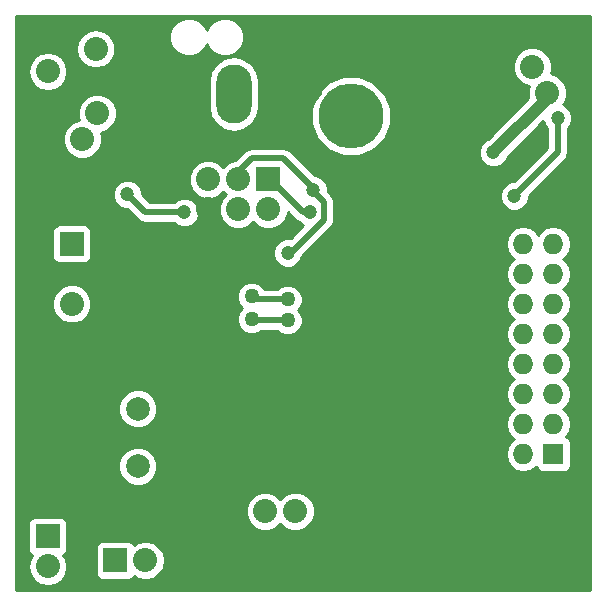
<source format=gbr>
%FSLAX46Y46*%
G04 Gerber Fmt 4.6, Leading zero omitted, Abs format (unit mm)*
G04 Created by KiCad (PCBNEW (2014-jul-16 BZR unknown)-product) date Sun 27 Jul 2014 23:01:09 BST*
%MOMM*%
G01*
G04 APERTURE LIST*
%ADD10C,0.100000*%
%ADD11R,2.032000X2.032000*%
%ADD12C,2.032000*%
%ADD13C,2.000000*%
%ADD14C,5.500000*%
%ADD15C,5.000000*%
%ADD16R,3.000000X5.000000*%
%ADD17O,3.000000X5.000000*%
%ADD18O,2.032000X2.032000*%
%ADD19R,1.727200X1.727200*%
%ADD20O,1.727200X1.727200*%
%ADD21C,1.500000*%
%ADD22C,1.260000*%
%ADD23C,1.200000*%
%ADD24C,0.500000*%
%ADD25C,1.000000*%
%ADD26C,0.254000*%
G04 APERTURE END LIST*
D10*
D11*
X122047000Y-114554000D03*
D12*
X122047000Y-117094000D03*
X119507000Y-114554000D03*
X119507000Y-117094000D03*
X116967000Y-114554000D03*
X116967000Y-117094000D03*
X105410000Y-125095000D03*
X105410000Y-122555000D03*
D11*
X105410000Y-120015000D03*
D13*
X110998000Y-133957060D03*
X110998000Y-138838940D03*
D11*
X119244000Y-142644000D03*
D12*
X121784000Y-142644000D03*
X124324000Y-142644000D03*
D10*
G36*
X141732118Y-102428413D02*
X143491882Y-101412413D01*
X144507882Y-103172177D01*
X142748118Y-104188177D01*
X141732118Y-102428413D01*
X141732118Y-102428413D01*
G37*
D12*
X144390000Y-105000000D03*
X145660000Y-107199705D03*
D10*
G36*
X105391882Y-114735587D02*
X103632118Y-113719587D01*
X104648118Y-111959823D01*
X106407882Y-112975823D01*
X105391882Y-114735587D01*
X105391882Y-114735587D01*
G37*
D12*
X106290000Y-111148000D03*
X107560000Y-108948295D03*
D14*
X129032000Y-109197140D03*
D15*
X129032000Y-103197660D03*
X124333000Y-106197400D03*
D16*
X114681000Y-107315000D03*
D17*
X119126000Y-107315000D03*
D11*
X103378000Y-102870000D03*
D18*
X103378000Y-105410000D03*
D11*
X109982000Y-103505000D03*
D18*
X107442000Y-103505000D03*
D11*
X103378000Y-144780000D03*
D18*
X103378000Y-147320000D03*
D11*
X109093000Y-146812000D03*
D18*
X111633000Y-146812000D03*
D19*
X146177000Y-137795000D03*
D20*
X143637000Y-137795000D03*
X146177000Y-135255000D03*
X143637000Y-135255000D03*
X146177000Y-132715000D03*
X143637000Y-132715000D03*
X146177000Y-130175000D03*
X143637000Y-130175000D03*
X146177000Y-127635000D03*
X143637000Y-127635000D03*
X146177000Y-125095000D03*
X143637000Y-125095000D03*
X146177000Y-122555000D03*
X143637000Y-122555000D03*
X146177000Y-120015000D03*
X143637000Y-120015000D03*
D21*
X109982000Y-142875000D03*
D22*
X127381000Y-120650000D03*
D21*
X104521000Y-133477000D03*
X101981000Y-141986000D03*
D23*
X130937000Y-120015000D03*
D21*
X139827000Y-116459000D03*
X139700000Y-121539000D03*
X139700000Y-126746000D03*
X139700000Y-131826000D03*
X139827000Y-142113000D03*
X143891000Y-144399000D03*
X140081000Y-146939000D03*
D23*
X130556000Y-144780000D03*
X130810000Y-139700000D03*
X130683000Y-134620000D03*
X130810000Y-129413000D03*
X130683000Y-124333000D03*
X130683000Y-114173000D03*
D21*
X137922000Y-137795000D03*
X117729000Y-132334000D03*
D23*
X112649000Y-136906000D03*
X148564600Y-140055600D03*
X147828000Y-148209000D03*
X141097000Y-112268000D03*
D22*
X123698000Y-124714000D03*
X120650000Y-124460000D03*
D23*
X123698000Y-120777000D03*
X125857000Y-115443000D03*
X142875000Y-115951000D03*
X146558000Y-109347000D03*
X125603000Y-117348000D03*
X110109000Y-115824000D03*
X114935000Y-117348000D03*
D22*
X120650000Y-126365000D03*
X123698000Y-126492000D03*
D24*
X148183600Y-140436600D02*
X148564600Y-140055600D01*
X147828000Y-148209000D02*
X148183600Y-140436600D01*
D25*
X107560000Y-108948295D02*
X107967705Y-108948295D01*
X145660000Y-107578000D02*
X145660000Y-107199705D01*
X145660000Y-107578000D02*
X145660000Y-107199705D01*
X145660000Y-107705000D02*
X145660000Y-107199705D01*
X141097000Y-112268000D02*
X145660000Y-107705000D01*
D24*
X123698000Y-124714000D02*
X120904000Y-124714000D01*
X120904000Y-124714000D02*
X120650000Y-124460000D01*
X125857000Y-115443000D02*
X125857000Y-115570000D01*
X123952000Y-120777000D02*
X123698000Y-120777000D01*
X126746000Y-117983000D02*
X123952000Y-120777000D01*
X126746000Y-116459000D02*
X126746000Y-117983000D01*
X125857000Y-115570000D02*
X126746000Y-116459000D01*
X119507000Y-114554000D02*
X119507000Y-113919000D01*
X119507000Y-113919000D02*
X120650000Y-112776000D01*
X120650000Y-112776000D02*
X123317000Y-112776000D01*
X123317000Y-112776000D02*
X125857000Y-115316000D01*
X125857000Y-115316000D02*
X125857000Y-115443000D01*
X142875000Y-115951000D02*
X146558000Y-112268000D01*
X146558000Y-112268000D02*
X146558000Y-109347000D01*
X122047000Y-114554000D02*
X122174000Y-114554000D01*
X122174000Y-114554000D02*
X124968000Y-117348000D01*
X124968000Y-117348000D02*
X125603000Y-117348000D01*
X110109000Y-115824000D02*
X111633000Y-117348000D01*
X111633000Y-117348000D02*
X114935000Y-117348000D01*
X120650000Y-126365000D02*
X120777000Y-126492000D01*
X120777000Y-126492000D02*
X123698000Y-126492000D01*
X106290000Y-111148000D02*
X106290000Y-111243000D01*
D26*
G36*
X149315000Y-149315000D02*
X147793214Y-149315000D01*
X147793214Y-109102421D01*
X147605592Y-108648343D01*
X147258485Y-108300629D01*
X147001115Y-108193759D01*
X147058834Y-108136142D01*
X147310713Y-107529550D01*
X147311286Y-106872742D01*
X147060466Y-106265710D01*
X146596437Y-105800871D01*
X145989845Y-105548992D01*
X145949729Y-105548957D01*
X146040713Y-105329845D01*
X146041286Y-104673037D01*
X145790466Y-104066005D01*
X145326437Y-103601166D01*
X144719845Y-103349287D01*
X144063037Y-103348714D01*
X143456005Y-103599534D01*
X142991166Y-104063563D01*
X142739287Y-104670155D01*
X142738714Y-105326963D01*
X142989534Y-105933995D01*
X143453563Y-106398834D01*
X144060155Y-106650713D01*
X144100270Y-106650747D01*
X144009287Y-106869860D01*
X144008714Y-107526668D01*
X144074349Y-107685517D01*
X140638825Y-111121042D01*
X140398343Y-111220408D01*
X140050629Y-111567515D01*
X139862215Y-112021266D01*
X139861786Y-112512579D01*
X140049408Y-112966657D01*
X140396515Y-113314371D01*
X140850266Y-113502785D01*
X141341579Y-113503214D01*
X141795657Y-113315592D01*
X142143371Y-112968485D01*
X142244008Y-112726123D01*
X145339091Y-109631041D01*
X145510408Y-110045657D01*
X145673000Y-110208533D01*
X145673000Y-111901420D01*
X142858435Y-114715985D01*
X142630421Y-114715786D01*
X142176343Y-114903408D01*
X141828629Y-115250515D01*
X141640215Y-115704266D01*
X141639786Y-116195579D01*
X141827408Y-116649657D01*
X142174515Y-116997371D01*
X142628266Y-117185785D01*
X143119579Y-117186214D01*
X143573657Y-116998592D01*
X143921371Y-116651485D01*
X144109785Y-116197734D01*
X144109985Y-115967593D01*
X147183786Y-112893792D01*
X147183790Y-112893790D01*
X147183790Y-112893789D01*
X147311975Y-112701946D01*
X147375633Y-112606675D01*
X147375634Y-112606674D01*
X147443000Y-112268000D01*
X147443001Y-112268000D01*
X147443000Y-112267994D01*
X147443000Y-110208574D01*
X147604371Y-110047485D01*
X147792785Y-109593734D01*
X147793214Y-109102421D01*
X147793214Y-149315000D01*
X147675600Y-149315000D01*
X147675600Y-138784910D01*
X147675600Y-138532291D01*
X147675600Y-136805091D01*
X147578927Y-136571702D01*
X147400299Y-136393073D01*
X147246473Y-136329356D01*
X147561526Y-135857848D01*
X147675600Y-135284359D01*
X147675600Y-135225641D01*
X147561526Y-134652152D01*
X147236670Y-134165971D01*
X146965827Y-133985000D01*
X147236670Y-133804029D01*
X147561526Y-133317848D01*
X147675600Y-132744359D01*
X147675600Y-132685641D01*
X147561526Y-132112152D01*
X147236670Y-131625971D01*
X146965827Y-131445000D01*
X147236670Y-131264029D01*
X147561526Y-130777848D01*
X147675600Y-130204359D01*
X147675600Y-130145641D01*
X147561526Y-129572152D01*
X147236670Y-129085971D01*
X146965827Y-128905000D01*
X147236670Y-128724029D01*
X147561526Y-128237848D01*
X147675600Y-127664359D01*
X147675600Y-127605641D01*
X147561526Y-127032152D01*
X147236670Y-126545971D01*
X146965827Y-126365000D01*
X147236670Y-126184029D01*
X147561526Y-125697848D01*
X147675600Y-125124359D01*
X147675600Y-125065641D01*
X147561526Y-124492152D01*
X147236670Y-124005971D01*
X146965827Y-123825000D01*
X147236670Y-123644029D01*
X147561526Y-123157848D01*
X147675600Y-122584359D01*
X147675600Y-122525641D01*
X147561526Y-121952152D01*
X147236670Y-121465971D01*
X146965827Y-121285000D01*
X147236670Y-121104029D01*
X147561526Y-120617848D01*
X147675600Y-120044359D01*
X147675600Y-119985641D01*
X147561526Y-119412152D01*
X147236670Y-118925971D01*
X146750489Y-118601115D01*
X146177000Y-118487041D01*
X145603511Y-118601115D01*
X145117330Y-118925971D01*
X144907000Y-119240751D01*
X144696670Y-118925971D01*
X144210489Y-118601115D01*
X143637000Y-118487041D01*
X143063511Y-118601115D01*
X142577330Y-118925971D01*
X142252474Y-119412152D01*
X142138400Y-119985641D01*
X142138400Y-120044359D01*
X142252474Y-120617848D01*
X142577330Y-121104029D01*
X142848172Y-121285000D01*
X142577330Y-121465971D01*
X142252474Y-121952152D01*
X142138400Y-122525641D01*
X142138400Y-122584359D01*
X142252474Y-123157848D01*
X142577330Y-123644029D01*
X142848172Y-123825000D01*
X142577330Y-124005971D01*
X142252474Y-124492152D01*
X142138400Y-125065641D01*
X142138400Y-125124359D01*
X142252474Y-125697848D01*
X142577330Y-126184029D01*
X142848172Y-126365000D01*
X142577330Y-126545971D01*
X142252474Y-127032152D01*
X142138400Y-127605641D01*
X142138400Y-127664359D01*
X142252474Y-128237848D01*
X142577330Y-128724029D01*
X142848172Y-128905000D01*
X142577330Y-129085971D01*
X142252474Y-129572152D01*
X142138400Y-130145641D01*
X142138400Y-130204359D01*
X142252474Y-130777848D01*
X142577330Y-131264029D01*
X142848172Y-131445000D01*
X142577330Y-131625971D01*
X142252474Y-132112152D01*
X142138400Y-132685641D01*
X142138400Y-132744359D01*
X142252474Y-133317848D01*
X142577330Y-133804029D01*
X142848172Y-133985000D01*
X142577330Y-134165971D01*
X142252474Y-134652152D01*
X142138400Y-135225641D01*
X142138400Y-135284359D01*
X142252474Y-135857848D01*
X142577330Y-136344029D01*
X142848172Y-136525000D01*
X142577330Y-136705971D01*
X142252474Y-137192152D01*
X142138400Y-137765641D01*
X142138400Y-137824359D01*
X142252474Y-138397848D01*
X142577330Y-138884029D01*
X143063511Y-139208885D01*
X143637000Y-139322959D01*
X144210489Y-139208885D01*
X144696670Y-138884029D01*
X144710736Y-138862976D01*
X144775073Y-139018298D01*
X144953701Y-139196927D01*
X145187090Y-139293600D01*
X145439709Y-139293600D01*
X147166909Y-139293600D01*
X147400298Y-139196927D01*
X147578927Y-139018299D01*
X147675600Y-138784910D01*
X147675600Y-149315000D01*
X132417586Y-149315000D01*
X132417586Y-108526776D01*
X131903337Y-107282197D01*
X130951952Y-106329150D01*
X129708272Y-105812729D01*
X128361636Y-105811554D01*
X127117057Y-106325803D01*
X126164010Y-107277188D01*
X125647589Y-108520868D01*
X125646414Y-109867504D01*
X126160663Y-111112083D01*
X127112048Y-112065130D01*
X128355728Y-112581551D01*
X129702364Y-112582726D01*
X130946943Y-112068477D01*
X131899990Y-111117092D01*
X132416411Y-109873412D01*
X132417586Y-108526776D01*
X132417586Y-149315000D01*
X127631001Y-149315000D01*
X127631001Y-117983000D01*
X127631000Y-117982994D01*
X127631000Y-116459005D01*
X127631000Y-116459000D01*
X127631001Y-116459000D01*
X127574810Y-116176515D01*
X127563633Y-116120326D01*
X127563633Y-116120325D01*
X127371790Y-115833211D01*
X127371790Y-115833210D01*
X127371786Y-115833207D01*
X127091904Y-115553324D01*
X127092214Y-115198421D01*
X126904592Y-114744343D01*
X126557485Y-114396629D01*
X126103734Y-114208215D01*
X126000704Y-114208125D01*
X123942790Y-112150210D01*
X123655675Y-111958367D01*
X123599484Y-111947189D01*
X123317000Y-111890999D01*
X123316994Y-111891000D01*
X121261000Y-111891000D01*
X121261000Y-108376418D01*
X121261000Y-106253582D01*
X121098483Y-105436553D01*
X120635673Y-104743909D01*
X119999284Y-104318687D01*
X119999284Y-102165205D01*
X119750894Y-101564057D01*
X119291363Y-101103722D01*
X118690648Y-100854284D01*
X118040205Y-100853716D01*
X117439057Y-101102106D01*
X116978722Y-101561637D01*
X116839966Y-101895797D01*
X116702894Y-101564057D01*
X116243363Y-101103722D01*
X115642648Y-100854284D01*
X114992205Y-100853716D01*
X114391057Y-101102106D01*
X113930722Y-101561637D01*
X113681284Y-102162352D01*
X113680716Y-102812795D01*
X113929106Y-103413943D01*
X114388637Y-103874278D01*
X114989352Y-104123716D01*
X115639795Y-104124284D01*
X116240943Y-103875894D01*
X116701278Y-103416363D01*
X116840033Y-103082202D01*
X116977106Y-103413943D01*
X117436637Y-103874278D01*
X118037352Y-104123716D01*
X118687795Y-104124284D01*
X119288943Y-103875894D01*
X119749278Y-103416363D01*
X119998716Y-102815648D01*
X119999284Y-102165205D01*
X119999284Y-104318687D01*
X119943029Y-104281099D01*
X119126000Y-104118582D01*
X118308971Y-104281099D01*
X117616327Y-104743909D01*
X117153517Y-105436553D01*
X116991000Y-106253582D01*
X116991000Y-108376418D01*
X117153517Y-109193447D01*
X117616327Y-109886091D01*
X118308971Y-110348901D01*
X119126000Y-110511418D01*
X119943029Y-110348901D01*
X120635673Y-109886091D01*
X121098483Y-109193447D01*
X121261000Y-108376418D01*
X121261000Y-111891000D01*
X120650005Y-111891000D01*
X120650000Y-111890999D01*
X120311325Y-111958367D01*
X120024210Y-112150210D01*
X120024207Y-112150213D01*
X119271626Y-112902793D01*
X119180037Y-112902714D01*
X118573005Y-113153534D01*
X118236821Y-113489132D01*
X117903437Y-113155166D01*
X117296845Y-112903287D01*
X116640037Y-112902714D01*
X116033005Y-113153534D01*
X115568166Y-113617563D01*
X115316287Y-114224155D01*
X115315714Y-114880963D01*
X115566534Y-115487995D01*
X116030563Y-115952834D01*
X116637155Y-116204713D01*
X117293963Y-116205286D01*
X117900995Y-115954466D01*
X118237178Y-115618867D01*
X118442132Y-115824178D01*
X118108166Y-116157563D01*
X117856287Y-116764155D01*
X117855714Y-117420963D01*
X118106534Y-118027995D01*
X118570563Y-118492834D01*
X119177155Y-118744713D01*
X119833963Y-118745286D01*
X120440995Y-118494466D01*
X120777178Y-118158867D01*
X121110563Y-118492834D01*
X121717155Y-118744713D01*
X122373963Y-118745286D01*
X122980995Y-118494466D01*
X123445834Y-118030437D01*
X123697713Y-117423845D01*
X123697795Y-117329374D01*
X124342207Y-117973786D01*
X124342210Y-117973790D01*
X124342211Y-117973790D01*
X124629325Y-118165633D01*
X124629326Y-118165633D01*
X124685288Y-118176764D01*
X124902515Y-118394371D01*
X125030079Y-118447340D01*
X123935213Y-119542206D01*
X123453421Y-119541786D01*
X122999343Y-119729408D01*
X122651629Y-120076515D01*
X122463215Y-120530266D01*
X122462786Y-121021579D01*
X122650408Y-121475657D01*
X122997515Y-121823371D01*
X123451266Y-122011785D01*
X123942579Y-122012214D01*
X124396657Y-121824592D01*
X124744371Y-121477485D01*
X124915699Y-121064880D01*
X127371786Y-118608792D01*
X127371790Y-118608790D01*
X127371790Y-118608789D01*
X127563633Y-118321675D01*
X127563633Y-118321674D01*
X127574810Y-118265484D01*
X127631000Y-117983000D01*
X127631001Y-117983000D01*
X127631001Y-149315000D01*
X125975286Y-149315000D01*
X125975286Y-142317037D01*
X125724466Y-141710005D01*
X125260437Y-141245166D01*
X124963219Y-141121750D01*
X124963219Y-126241480D01*
X124771040Y-125776371D01*
X124597981Y-125603009D01*
X124769790Y-125431501D01*
X124962780Y-124966728D01*
X124963219Y-124463480D01*
X124771040Y-123998371D01*
X124415501Y-123642210D01*
X123950728Y-123449220D01*
X123447480Y-123448781D01*
X122982371Y-123640960D01*
X122794002Y-123829000D01*
X121758007Y-123829000D01*
X121723040Y-123744371D01*
X121367501Y-123388210D01*
X120902728Y-123195220D01*
X120399480Y-123194781D01*
X119934371Y-123386960D01*
X119578210Y-123742499D01*
X119385220Y-124207272D01*
X119384781Y-124710520D01*
X119576960Y-125175629D01*
X119813518Y-125412601D01*
X119578210Y-125647499D01*
X119385220Y-126112272D01*
X119384781Y-126615520D01*
X119576960Y-127080629D01*
X119932499Y-127436790D01*
X120397272Y-127629780D01*
X120900520Y-127630219D01*
X121365629Y-127438040D01*
X121426775Y-127377000D01*
X122794035Y-127377000D01*
X122980499Y-127563790D01*
X123445272Y-127756780D01*
X123948520Y-127757219D01*
X124413629Y-127565040D01*
X124769790Y-127209501D01*
X124962780Y-126744728D01*
X124963219Y-126241480D01*
X124963219Y-141121750D01*
X124653845Y-140993287D01*
X123997037Y-140992714D01*
X123390005Y-141243534D01*
X123053821Y-141579132D01*
X122720437Y-141245166D01*
X122113845Y-140993287D01*
X121457037Y-140992714D01*
X120850005Y-141243534D01*
X120385166Y-141707563D01*
X120133287Y-142314155D01*
X120132714Y-142970963D01*
X120383534Y-143577995D01*
X120847563Y-144042834D01*
X121454155Y-144294713D01*
X122110963Y-144295286D01*
X122717995Y-144044466D01*
X123054178Y-143708867D01*
X123387563Y-144042834D01*
X123994155Y-144294713D01*
X124650963Y-144295286D01*
X125257995Y-144044466D01*
X125722834Y-143580437D01*
X125974713Y-142973845D01*
X125975286Y-142317037D01*
X125975286Y-149315000D01*
X116170214Y-149315000D01*
X116170214Y-117103421D01*
X115982592Y-116649343D01*
X115635485Y-116301629D01*
X115181734Y-116113215D01*
X114690421Y-116112786D01*
X114236343Y-116300408D01*
X114073466Y-116463000D01*
X111999579Y-116463000D01*
X111344014Y-115807435D01*
X111344214Y-115579421D01*
X111156592Y-115125343D01*
X110809485Y-114777629D01*
X110355734Y-114589215D01*
X109864421Y-114588786D01*
X109410343Y-114776408D01*
X109211286Y-114975117D01*
X109211286Y-108621332D01*
X109125345Y-108413338D01*
X109125345Y-103505000D01*
X108999670Y-102873190D01*
X108641778Y-102337567D01*
X108106155Y-101979675D01*
X107474345Y-101854000D01*
X107409655Y-101854000D01*
X106777845Y-101979675D01*
X106242222Y-102337567D01*
X105884330Y-102873190D01*
X105758655Y-103505000D01*
X105884330Y-104136810D01*
X106242222Y-104672433D01*
X106777845Y-105030325D01*
X107409655Y-105156000D01*
X107474345Y-105156000D01*
X108106155Y-105030325D01*
X108641778Y-104672433D01*
X108999670Y-104136810D01*
X109125345Y-103505000D01*
X109125345Y-108413338D01*
X108960466Y-108014300D01*
X108496437Y-107549461D01*
X107889845Y-107297582D01*
X107233037Y-107297009D01*
X106626005Y-107547829D01*
X106161166Y-108011858D01*
X105909287Y-108618450D01*
X105908714Y-109275258D01*
X106000230Y-109496746D01*
X105963037Y-109496714D01*
X105356005Y-109747534D01*
X105029000Y-110073969D01*
X105029000Y-105442345D01*
X105029000Y-105377655D01*
X104903325Y-104745845D01*
X104545433Y-104210222D01*
X104009810Y-103852330D01*
X103378000Y-103726655D01*
X102746190Y-103852330D01*
X102210567Y-104210222D01*
X101852675Y-104745845D01*
X101727000Y-105377655D01*
X101727000Y-105442345D01*
X101852675Y-106074155D01*
X102210567Y-106609778D01*
X102746190Y-106967670D01*
X103378000Y-107093345D01*
X104009810Y-106967670D01*
X104545433Y-106609778D01*
X104903325Y-106074155D01*
X105029000Y-105442345D01*
X105029000Y-110073969D01*
X104891166Y-110211563D01*
X104639287Y-110818155D01*
X104638714Y-111474963D01*
X104889534Y-112081995D01*
X105353563Y-112546834D01*
X105960155Y-112798713D01*
X106616963Y-112799286D01*
X107223995Y-112548466D01*
X107688834Y-112084437D01*
X107940713Y-111477845D01*
X107941286Y-110821037D01*
X107849769Y-110599548D01*
X107886963Y-110599581D01*
X108493995Y-110348761D01*
X108958834Y-109884732D01*
X109210713Y-109278140D01*
X109211286Y-108621332D01*
X109211286Y-114975117D01*
X109062629Y-115123515D01*
X108874215Y-115577266D01*
X108873786Y-116068579D01*
X109061408Y-116522657D01*
X109408515Y-116870371D01*
X109862266Y-117058785D01*
X110092406Y-117058985D01*
X111007207Y-117973786D01*
X111007210Y-117973790D01*
X111294325Y-118165633D01*
X111633000Y-118233000D01*
X114073425Y-118233000D01*
X114234515Y-118394371D01*
X114688266Y-118582785D01*
X115179579Y-118583214D01*
X115633657Y-118395592D01*
X115981371Y-118048485D01*
X116169785Y-117594734D01*
X116170214Y-117103421D01*
X116170214Y-149315000D01*
X113316345Y-149315000D01*
X113316345Y-146812000D01*
X113190670Y-146180190D01*
X112832778Y-145644567D01*
X112633284Y-145511269D01*
X112633284Y-138515145D01*
X112633284Y-133633265D01*
X112384894Y-133032117D01*
X111925363Y-132571782D01*
X111324648Y-132322344D01*
X110674205Y-132321776D01*
X110073057Y-132570166D01*
X109612722Y-133029697D01*
X109363284Y-133630412D01*
X109362716Y-134280855D01*
X109611106Y-134882003D01*
X110070637Y-135342338D01*
X110671352Y-135591776D01*
X111321795Y-135592344D01*
X111922943Y-135343954D01*
X112383278Y-134884423D01*
X112632716Y-134283708D01*
X112633284Y-133633265D01*
X112633284Y-138515145D01*
X112384894Y-137913997D01*
X111925363Y-137453662D01*
X111324648Y-137204224D01*
X110674205Y-137203656D01*
X110073057Y-137452046D01*
X109612722Y-137911577D01*
X109363284Y-138512292D01*
X109362716Y-139162735D01*
X109611106Y-139763883D01*
X110070637Y-140224218D01*
X110671352Y-140473656D01*
X111321795Y-140474224D01*
X111922943Y-140225834D01*
X112383278Y-139766303D01*
X112632716Y-139165588D01*
X112633284Y-138515145D01*
X112633284Y-145511269D01*
X112297155Y-145286675D01*
X111665345Y-145161000D01*
X111600655Y-145161000D01*
X110968845Y-145286675D01*
X110668480Y-145487371D01*
X110647327Y-145436302D01*
X110468699Y-145257673D01*
X110235310Y-145161000D01*
X109982691Y-145161000D01*
X107950691Y-145161000D01*
X107717302Y-145257673D01*
X107538673Y-145436301D01*
X107442000Y-145669690D01*
X107442000Y-145922309D01*
X107442000Y-147954309D01*
X107538673Y-148187698D01*
X107717301Y-148366327D01*
X107950690Y-148463000D01*
X108203309Y-148463000D01*
X110235309Y-148463000D01*
X110468698Y-148366327D01*
X110647327Y-148187699D01*
X110668481Y-148136628D01*
X110968845Y-148337325D01*
X111600655Y-148463000D01*
X111665345Y-148463000D01*
X112297155Y-148337325D01*
X112832778Y-147979433D01*
X113190670Y-147443810D01*
X113316345Y-146812000D01*
X113316345Y-149315000D01*
X107061286Y-149315000D01*
X107061286Y-124768037D01*
X107061000Y-124767344D01*
X107061000Y-121157310D01*
X107061000Y-120904691D01*
X107061000Y-118872691D01*
X106964327Y-118639302D01*
X106785699Y-118460673D01*
X106552310Y-118364000D01*
X106299691Y-118364000D01*
X104267691Y-118364000D01*
X104034302Y-118460673D01*
X103855673Y-118639301D01*
X103759000Y-118872690D01*
X103759000Y-119125309D01*
X103759000Y-121157309D01*
X103855673Y-121390698D01*
X104034301Y-121569327D01*
X104267690Y-121666000D01*
X104520309Y-121666000D01*
X106552309Y-121666000D01*
X106785698Y-121569327D01*
X106964327Y-121390699D01*
X107061000Y-121157310D01*
X107061000Y-124767344D01*
X106810466Y-124161005D01*
X106346437Y-123696166D01*
X105739845Y-123444287D01*
X105083037Y-123443714D01*
X104476005Y-123694534D01*
X104011166Y-124158563D01*
X103759287Y-124765155D01*
X103758714Y-125421963D01*
X104009534Y-126028995D01*
X104473563Y-126493834D01*
X105080155Y-126745713D01*
X105736963Y-126746286D01*
X106343995Y-126495466D01*
X106808834Y-126031437D01*
X107060713Y-125424845D01*
X107061286Y-124768037D01*
X107061286Y-149315000D01*
X105029000Y-149315000D01*
X105029000Y-147352345D01*
X105029000Y-147287655D01*
X104903325Y-146655845D01*
X104702628Y-146355480D01*
X104753698Y-146334327D01*
X104932327Y-146155699D01*
X105029000Y-145922310D01*
X105029000Y-145669691D01*
X105029000Y-143637691D01*
X104932327Y-143404302D01*
X104753699Y-143225673D01*
X104520310Y-143129000D01*
X104267691Y-143129000D01*
X102235691Y-143129000D01*
X102002302Y-143225673D01*
X101823673Y-143404301D01*
X101727000Y-143637690D01*
X101727000Y-143890309D01*
X101727000Y-145922309D01*
X101823673Y-146155698D01*
X102002301Y-146334327D01*
X102053371Y-146355481D01*
X101852675Y-146655845D01*
X101727000Y-147287655D01*
X101727000Y-147352345D01*
X101852675Y-147984155D01*
X102210567Y-148519778D01*
X102746190Y-148877670D01*
X103378000Y-149003345D01*
X104009810Y-148877670D01*
X104545433Y-148519778D01*
X104903325Y-147984155D01*
X105029000Y-147352345D01*
X105029000Y-149315000D01*
X100685000Y-149315000D01*
X100685000Y-100685000D01*
X149315000Y-100685000D01*
X149315000Y-149315000D01*
X149315000Y-149315000D01*
G37*
X149315000Y-149315000D02*
X147793214Y-149315000D01*
X147793214Y-109102421D01*
X147605592Y-108648343D01*
X147258485Y-108300629D01*
X147001115Y-108193759D01*
X147058834Y-108136142D01*
X147310713Y-107529550D01*
X147311286Y-106872742D01*
X147060466Y-106265710D01*
X146596437Y-105800871D01*
X145989845Y-105548992D01*
X145949729Y-105548957D01*
X146040713Y-105329845D01*
X146041286Y-104673037D01*
X145790466Y-104066005D01*
X145326437Y-103601166D01*
X144719845Y-103349287D01*
X144063037Y-103348714D01*
X143456005Y-103599534D01*
X142991166Y-104063563D01*
X142739287Y-104670155D01*
X142738714Y-105326963D01*
X142989534Y-105933995D01*
X143453563Y-106398834D01*
X144060155Y-106650713D01*
X144100270Y-106650747D01*
X144009287Y-106869860D01*
X144008714Y-107526668D01*
X144074349Y-107685517D01*
X140638825Y-111121042D01*
X140398343Y-111220408D01*
X140050629Y-111567515D01*
X139862215Y-112021266D01*
X139861786Y-112512579D01*
X140049408Y-112966657D01*
X140396515Y-113314371D01*
X140850266Y-113502785D01*
X141341579Y-113503214D01*
X141795657Y-113315592D01*
X142143371Y-112968485D01*
X142244008Y-112726123D01*
X145339091Y-109631041D01*
X145510408Y-110045657D01*
X145673000Y-110208533D01*
X145673000Y-111901420D01*
X142858435Y-114715985D01*
X142630421Y-114715786D01*
X142176343Y-114903408D01*
X141828629Y-115250515D01*
X141640215Y-115704266D01*
X141639786Y-116195579D01*
X141827408Y-116649657D01*
X142174515Y-116997371D01*
X142628266Y-117185785D01*
X143119579Y-117186214D01*
X143573657Y-116998592D01*
X143921371Y-116651485D01*
X144109785Y-116197734D01*
X144109985Y-115967593D01*
X147183786Y-112893792D01*
X147183790Y-112893790D01*
X147183790Y-112893789D01*
X147311975Y-112701946D01*
X147375633Y-112606675D01*
X147375634Y-112606674D01*
X147443000Y-112268000D01*
X147443001Y-112268000D01*
X147443000Y-112267994D01*
X147443000Y-110208574D01*
X147604371Y-110047485D01*
X147792785Y-109593734D01*
X147793214Y-109102421D01*
X147793214Y-149315000D01*
X147675600Y-149315000D01*
X147675600Y-138784910D01*
X147675600Y-138532291D01*
X147675600Y-136805091D01*
X147578927Y-136571702D01*
X147400299Y-136393073D01*
X147246473Y-136329356D01*
X147561526Y-135857848D01*
X147675600Y-135284359D01*
X147675600Y-135225641D01*
X147561526Y-134652152D01*
X147236670Y-134165971D01*
X146965827Y-133985000D01*
X147236670Y-133804029D01*
X147561526Y-133317848D01*
X147675600Y-132744359D01*
X147675600Y-132685641D01*
X147561526Y-132112152D01*
X147236670Y-131625971D01*
X146965827Y-131445000D01*
X147236670Y-131264029D01*
X147561526Y-130777848D01*
X147675600Y-130204359D01*
X147675600Y-130145641D01*
X147561526Y-129572152D01*
X147236670Y-129085971D01*
X146965827Y-128905000D01*
X147236670Y-128724029D01*
X147561526Y-128237848D01*
X147675600Y-127664359D01*
X147675600Y-127605641D01*
X147561526Y-127032152D01*
X147236670Y-126545971D01*
X146965827Y-126365000D01*
X147236670Y-126184029D01*
X147561526Y-125697848D01*
X147675600Y-125124359D01*
X147675600Y-125065641D01*
X147561526Y-124492152D01*
X147236670Y-124005971D01*
X146965827Y-123825000D01*
X147236670Y-123644029D01*
X147561526Y-123157848D01*
X147675600Y-122584359D01*
X147675600Y-122525641D01*
X147561526Y-121952152D01*
X147236670Y-121465971D01*
X146965827Y-121285000D01*
X147236670Y-121104029D01*
X147561526Y-120617848D01*
X147675600Y-120044359D01*
X147675600Y-119985641D01*
X147561526Y-119412152D01*
X147236670Y-118925971D01*
X146750489Y-118601115D01*
X146177000Y-118487041D01*
X145603511Y-118601115D01*
X145117330Y-118925971D01*
X144907000Y-119240751D01*
X144696670Y-118925971D01*
X144210489Y-118601115D01*
X143637000Y-118487041D01*
X143063511Y-118601115D01*
X142577330Y-118925971D01*
X142252474Y-119412152D01*
X142138400Y-119985641D01*
X142138400Y-120044359D01*
X142252474Y-120617848D01*
X142577330Y-121104029D01*
X142848172Y-121285000D01*
X142577330Y-121465971D01*
X142252474Y-121952152D01*
X142138400Y-122525641D01*
X142138400Y-122584359D01*
X142252474Y-123157848D01*
X142577330Y-123644029D01*
X142848172Y-123825000D01*
X142577330Y-124005971D01*
X142252474Y-124492152D01*
X142138400Y-125065641D01*
X142138400Y-125124359D01*
X142252474Y-125697848D01*
X142577330Y-126184029D01*
X142848172Y-126365000D01*
X142577330Y-126545971D01*
X142252474Y-127032152D01*
X142138400Y-127605641D01*
X142138400Y-127664359D01*
X142252474Y-128237848D01*
X142577330Y-128724029D01*
X142848172Y-128905000D01*
X142577330Y-129085971D01*
X142252474Y-129572152D01*
X142138400Y-130145641D01*
X142138400Y-130204359D01*
X142252474Y-130777848D01*
X142577330Y-131264029D01*
X142848172Y-131445000D01*
X142577330Y-131625971D01*
X142252474Y-132112152D01*
X142138400Y-132685641D01*
X142138400Y-132744359D01*
X142252474Y-133317848D01*
X142577330Y-133804029D01*
X142848172Y-133985000D01*
X142577330Y-134165971D01*
X142252474Y-134652152D01*
X142138400Y-135225641D01*
X142138400Y-135284359D01*
X142252474Y-135857848D01*
X142577330Y-136344029D01*
X142848172Y-136525000D01*
X142577330Y-136705971D01*
X142252474Y-137192152D01*
X142138400Y-137765641D01*
X142138400Y-137824359D01*
X142252474Y-138397848D01*
X142577330Y-138884029D01*
X143063511Y-139208885D01*
X143637000Y-139322959D01*
X144210489Y-139208885D01*
X144696670Y-138884029D01*
X144710736Y-138862976D01*
X144775073Y-139018298D01*
X144953701Y-139196927D01*
X145187090Y-139293600D01*
X145439709Y-139293600D01*
X147166909Y-139293600D01*
X147400298Y-139196927D01*
X147578927Y-139018299D01*
X147675600Y-138784910D01*
X147675600Y-149315000D01*
X132417586Y-149315000D01*
X132417586Y-108526776D01*
X131903337Y-107282197D01*
X130951952Y-106329150D01*
X129708272Y-105812729D01*
X128361636Y-105811554D01*
X127117057Y-106325803D01*
X126164010Y-107277188D01*
X125647589Y-108520868D01*
X125646414Y-109867504D01*
X126160663Y-111112083D01*
X127112048Y-112065130D01*
X128355728Y-112581551D01*
X129702364Y-112582726D01*
X130946943Y-112068477D01*
X131899990Y-111117092D01*
X132416411Y-109873412D01*
X132417586Y-108526776D01*
X132417586Y-149315000D01*
X127631001Y-149315000D01*
X127631001Y-117983000D01*
X127631000Y-117982994D01*
X127631000Y-116459005D01*
X127631000Y-116459000D01*
X127631001Y-116459000D01*
X127574810Y-116176515D01*
X127563633Y-116120326D01*
X127563633Y-116120325D01*
X127371790Y-115833211D01*
X127371790Y-115833210D01*
X127371786Y-115833207D01*
X127091904Y-115553324D01*
X127092214Y-115198421D01*
X126904592Y-114744343D01*
X126557485Y-114396629D01*
X126103734Y-114208215D01*
X126000704Y-114208125D01*
X123942790Y-112150210D01*
X123655675Y-111958367D01*
X123599484Y-111947189D01*
X123317000Y-111890999D01*
X123316994Y-111891000D01*
X121261000Y-111891000D01*
X121261000Y-108376418D01*
X121261000Y-106253582D01*
X121098483Y-105436553D01*
X120635673Y-104743909D01*
X119999284Y-104318687D01*
X119999284Y-102165205D01*
X119750894Y-101564057D01*
X119291363Y-101103722D01*
X118690648Y-100854284D01*
X118040205Y-100853716D01*
X117439057Y-101102106D01*
X116978722Y-101561637D01*
X116839966Y-101895797D01*
X116702894Y-101564057D01*
X116243363Y-101103722D01*
X115642648Y-100854284D01*
X114992205Y-100853716D01*
X114391057Y-101102106D01*
X113930722Y-101561637D01*
X113681284Y-102162352D01*
X113680716Y-102812795D01*
X113929106Y-103413943D01*
X114388637Y-103874278D01*
X114989352Y-104123716D01*
X115639795Y-104124284D01*
X116240943Y-103875894D01*
X116701278Y-103416363D01*
X116840033Y-103082202D01*
X116977106Y-103413943D01*
X117436637Y-103874278D01*
X118037352Y-104123716D01*
X118687795Y-104124284D01*
X119288943Y-103875894D01*
X119749278Y-103416363D01*
X119998716Y-102815648D01*
X119999284Y-102165205D01*
X119999284Y-104318687D01*
X119943029Y-104281099D01*
X119126000Y-104118582D01*
X118308971Y-104281099D01*
X117616327Y-104743909D01*
X117153517Y-105436553D01*
X116991000Y-106253582D01*
X116991000Y-108376418D01*
X117153517Y-109193447D01*
X117616327Y-109886091D01*
X118308971Y-110348901D01*
X119126000Y-110511418D01*
X119943029Y-110348901D01*
X120635673Y-109886091D01*
X121098483Y-109193447D01*
X121261000Y-108376418D01*
X121261000Y-111891000D01*
X120650005Y-111891000D01*
X120650000Y-111890999D01*
X120311325Y-111958367D01*
X120024210Y-112150210D01*
X120024207Y-112150213D01*
X119271626Y-112902793D01*
X119180037Y-112902714D01*
X118573005Y-113153534D01*
X118236821Y-113489132D01*
X117903437Y-113155166D01*
X117296845Y-112903287D01*
X116640037Y-112902714D01*
X116033005Y-113153534D01*
X115568166Y-113617563D01*
X115316287Y-114224155D01*
X115315714Y-114880963D01*
X115566534Y-115487995D01*
X116030563Y-115952834D01*
X116637155Y-116204713D01*
X117293963Y-116205286D01*
X117900995Y-115954466D01*
X118237178Y-115618867D01*
X118442132Y-115824178D01*
X118108166Y-116157563D01*
X117856287Y-116764155D01*
X117855714Y-117420963D01*
X118106534Y-118027995D01*
X118570563Y-118492834D01*
X119177155Y-118744713D01*
X119833963Y-118745286D01*
X120440995Y-118494466D01*
X120777178Y-118158867D01*
X121110563Y-118492834D01*
X121717155Y-118744713D01*
X122373963Y-118745286D01*
X122980995Y-118494466D01*
X123445834Y-118030437D01*
X123697713Y-117423845D01*
X123697795Y-117329374D01*
X124342207Y-117973786D01*
X124342210Y-117973790D01*
X124342211Y-117973790D01*
X124629325Y-118165633D01*
X124629326Y-118165633D01*
X124685288Y-118176764D01*
X124902515Y-118394371D01*
X125030079Y-118447340D01*
X123935213Y-119542206D01*
X123453421Y-119541786D01*
X122999343Y-119729408D01*
X122651629Y-120076515D01*
X122463215Y-120530266D01*
X122462786Y-121021579D01*
X122650408Y-121475657D01*
X122997515Y-121823371D01*
X123451266Y-122011785D01*
X123942579Y-122012214D01*
X124396657Y-121824592D01*
X124744371Y-121477485D01*
X124915699Y-121064880D01*
X127371786Y-118608792D01*
X127371790Y-118608790D01*
X127371790Y-118608789D01*
X127563633Y-118321675D01*
X127563633Y-118321674D01*
X127574810Y-118265484D01*
X127631000Y-117983000D01*
X127631001Y-117983000D01*
X127631001Y-149315000D01*
X125975286Y-149315000D01*
X125975286Y-142317037D01*
X125724466Y-141710005D01*
X125260437Y-141245166D01*
X124963219Y-141121750D01*
X124963219Y-126241480D01*
X124771040Y-125776371D01*
X124597981Y-125603009D01*
X124769790Y-125431501D01*
X124962780Y-124966728D01*
X124963219Y-124463480D01*
X124771040Y-123998371D01*
X124415501Y-123642210D01*
X123950728Y-123449220D01*
X123447480Y-123448781D01*
X122982371Y-123640960D01*
X122794002Y-123829000D01*
X121758007Y-123829000D01*
X121723040Y-123744371D01*
X121367501Y-123388210D01*
X120902728Y-123195220D01*
X120399480Y-123194781D01*
X119934371Y-123386960D01*
X119578210Y-123742499D01*
X119385220Y-124207272D01*
X119384781Y-124710520D01*
X119576960Y-125175629D01*
X119813518Y-125412601D01*
X119578210Y-125647499D01*
X119385220Y-126112272D01*
X119384781Y-126615520D01*
X119576960Y-127080629D01*
X119932499Y-127436790D01*
X120397272Y-127629780D01*
X120900520Y-127630219D01*
X121365629Y-127438040D01*
X121426775Y-127377000D01*
X122794035Y-127377000D01*
X122980499Y-127563790D01*
X123445272Y-127756780D01*
X123948520Y-127757219D01*
X124413629Y-127565040D01*
X124769790Y-127209501D01*
X124962780Y-126744728D01*
X124963219Y-126241480D01*
X124963219Y-141121750D01*
X124653845Y-140993287D01*
X123997037Y-140992714D01*
X123390005Y-141243534D01*
X123053821Y-141579132D01*
X122720437Y-141245166D01*
X122113845Y-140993287D01*
X121457037Y-140992714D01*
X120850005Y-141243534D01*
X120385166Y-141707563D01*
X120133287Y-142314155D01*
X120132714Y-142970963D01*
X120383534Y-143577995D01*
X120847563Y-144042834D01*
X121454155Y-144294713D01*
X122110963Y-144295286D01*
X122717995Y-144044466D01*
X123054178Y-143708867D01*
X123387563Y-144042834D01*
X123994155Y-144294713D01*
X124650963Y-144295286D01*
X125257995Y-144044466D01*
X125722834Y-143580437D01*
X125974713Y-142973845D01*
X125975286Y-142317037D01*
X125975286Y-149315000D01*
X116170214Y-149315000D01*
X116170214Y-117103421D01*
X115982592Y-116649343D01*
X115635485Y-116301629D01*
X115181734Y-116113215D01*
X114690421Y-116112786D01*
X114236343Y-116300408D01*
X114073466Y-116463000D01*
X111999579Y-116463000D01*
X111344014Y-115807435D01*
X111344214Y-115579421D01*
X111156592Y-115125343D01*
X110809485Y-114777629D01*
X110355734Y-114589215D01*
X109864421Y-114588786D01*
X109410343Y-114776408D01*
X109211286Y-114975117D01*
X109211286Y-108621332D01*
X109125345Y-108413338D01*
X109125345Y-103505000D01*
X108999670Y-102873190D01*
X108641778Y-102337567D01*
X108106155Y-101979675D01*
X107474345Y-101854000D01*
X107409655Y-101854000D01*
X106777845Y-101979675D01*
X106242222Y-102337567D01*
X105884330Y-102873190D01*
X105758655Y-103505000D01*
X105884330Y-104136810D01*
X106242222Y-104672433D01*
X106777845Y-105030325D01*
X107409655Y-105156000D01*
X107474345Y-105156000D01*
X108106155Y-105030325D01*
X108641778Y-104672433D01*
X108999670Y-104136810D01*
X109125345Y-103505000D01*
X109125345Y-108413338D01*
X108960466Y-108014300D01*
X108496437Y-107549461D01*
X107889845Y-107297582D01*
X107233037Y-107297009D01*
X106626005Y-107547829D01*
X106161166Y-108011858D01*
X105909287Y-108618450D01*
X105908714Y-109275258D01*
X106000230Y-109496746D01*
X105963037Y-109496714D01*
X105356005Y-109747534D01*
X105029000Y-110073969D01*
X105029000Y-105442345D01*
X105029000Y-105377655D01*
X104903325Y-104745845D01*
X104545433Y-104210222D01*
X104009810Y-103852330D01*
X103378000Y-103726655D01*
X102746190Y-103852330D01*
X102210567Y-104210222D01*
X101852675Y-104745845D01*
X101727000Y-105377655D01*
X101727000Y-105442345D01*
X101852675Y-106074155D01*
X102210567Y-106609778D01*
X102746190Y-106967670D01*
X103378000Y-107093345D01*
X104009810Y-106967670D01*
X104545433Y-106609778D01*
X104903325Y-106074155D01*
X105029000Y-105442345D01*
X105029000Y-110073969D01*
X104891166Y-110211563D01*
X104639287Y-110818155D01*
X104638714Y-111474963D01*
X104889534Y-112081995D01*
X105353563Y-112546834D01*
X105960155Y-112798713D01*
X106616963Y-112799286D01*
X107223995Y-112548466D01*
X107688834Y-112084437D01*
X107940713Y-111477845D01*
X107941286Y-110821037D01*
X107849769Y-110599548D01*
X107886963Y-110599581D01*
X108493995Y-110348761D01*
X108958834Y-109884732D01*
X109210713Y-109278140D01*
X109211286Y-108621332D01*
X109211286Y-114975117D01*
X109062629Y-115123515D01*
X108874215Y-115577266D01*
X108873786Y-116068579D01*
X109061408Y-116522657D01*
X109408515Y-116870371D01*
X109862266Y-117058785D01*
X110092406Y-117058985D01*
X111007207Y-117973786D01*
X111007210Y-117973790D01*
X111294325Y-118165633D01*
X111633000Y-118233000D01*
X114073425Y-118233000D01*
X114234515Y-118394371D01*
X114688266Y-118582785D01*
X115179579Y-118583214D01*
X115633657Y-118395592D01*
X115981371Y-118048485D01*
X116169785Y-117594734D01*
X116170214Y-117103421D01*
X116170214Y-149315000D01*
X113316345Y-149315000D01*
X113316345Y-146812000D01*
X113190670Y-146180190D01*
X112832778Y-145644567D01*
X112633284Y-145511269D01*
X112633284Y-138515145D01*
X112633284Y-133633265D01*
X112384894Y-133032117D01*
X111925363Y-132571782D01*
X111324648Y-132322344D01*
X110674205Y-132321776D01*
X110073057Y-132570166D01*
X109612722Y-133029697D01*
X109363284Y-133630412D01*
X109362716Y-134280855D01*
X109611106Y-134882003D01*
X110070637Y-135342338D01*
X110671352Y-135591776D01*
X111321795Y-135592344D01*
X111922943Y-135343954D01*
X112383278Y-134884423D01*
X112632716Y-134283708D01*
X112633284Y-133633265D01*
X112633284Y-138515145D01*
X112384894Y-137913997D01*
X111925363Y-137453662D01*
X111324648Y-137204224D01*
X110674205Y-137203656D01*
X110073057Y-137452046D01*
X109612722Y-137911577D01*
X109363284Y-138512292D01*
X109362716Y-139162735D01*
X109611106Y-139763883D01*
X110070637Y-140224218D01*
X110671352Y-140473656D01*
X111321795Y-140474224D01*
X111922943Y-140225834D01*
X112383278Y-139766303D01*
X112632716Y-139165588D01*
X112633284Y-138515145D01*
X112633284Y-145511269D01*
X112297155Y-145286675D01*
X111665345Y-145161000D01*
X111600655Y-145161000D01*
X110968845Y-145286675D01*
X110668480Y-145487371D01*
X110647327Y-145436302D01*
X110468699Y-145257673D01*
X110235310Y-145161000D01*
X109982691Y-145161000D01*
X107950691Y-145161000D01*
X107717302Y-145257673D01*
X107538673Y-145436301D01*
X107442000Y-145669690D01*
X107442000Y-145922309D01*
X107442000Y-147954309D01*
X107538673Y-148187698D01*
X107717301Y-148366327D01*
X107950690Y-148463000D01*
X108203309Y-148463000D01*
X110235309Y-148463000D01*
X110468698Y-148366327D01*
X110647327Y-148187699D01*
X110668481Y-148136628D01*
X110968845Y-148337325D01*
X111600655Y-148463000D01*
X111665345Y-148463000D01*
X112297155Y-148337325D01*
X112832778Y-147979433D01*
X113190670Y-147443810D01*
X113316345Y-146812000D01*
X113316345Y-149315000D01*
X107061286Y-149315000D01*
X107061286Y-124768037D01*
X107061000Y-124767344D01*
X107061000Y-121157310D01*
X107061000Y-120904691D01*
X107061000Y-118872691D01*
X106964327Y-118639302D01*
X106785699Y-118460673D01*
X106552310Y-118364000D01*
X106299691Y-118364000D01*
X104267691Y-118364000D01*
X104034302Y-118460673D01*
X103855673Y-118639301D01*
X103759000Y-118872690D01*
X103759000Y-119125309D01*
X103759000Y-121157309D01*
X103855673Y-121390698D01*
X104034301Y-121569327D01*
X104267690Y-121666000D01*
X104520309Y-121666000D01*
X106552309Y-121666000D01*
X106785698Y-121569327D01*
X106964327Y-121390699D01*
X107061000Y-121157310D01*
X107061000Y-124767344D01*
X106810466Y-124161005D01*
X106346437Y-123696166D01*
X105739845Y-123444287D01*
X105083037Y-123443714D01*
X104476005Y-123694534D01*
X104011166Y-124158563D01*
X103759287Y-124765155D01*
X103758714Y-125421963D01*
X104009534Y-126028995D01*
X104473563Y-126493834D01*
X105080155Y-126745713D01*
X105736963Y-126746286D01*
X106343995Y-126495466D01*
X106808834Y-126031437D01*
X107060713Y-125424845D01*
X107061286Y-124768037D01*
X107061286Y-149315000D01*
X105029000Y-149315000D01*
X105029000Y-147352345D01*
X105029000Y-147287655D01*
X104903325Y-146655845D01*
X104702628Y-146355480D01*
X104753698Y-146334327D01*
X104932327Y-146155699D01*
X105029000Y-145922310D01*
X105029000Y-145669691D01*
X105029000Y-143637691D01*
X104932327Y-143404302D01*
X104753699Y-143225673D01*
X104520310Y-143129000D01*
X104267691Y-143129000D01*
X102235691Y-143129000D01*
X102002302Y-143225673D01*
X101823673Y-143404301D01*
X101727000Y-143637690D01*
X101727000Y-143890309D01*
X101727000Y-145922309D01*
X101823673Y-146155698D01*
X102002301Y-146334327D01*
X102053371Y-146355481D01*
X101852675Y-146655845D01*
X101727000Y-147287655D01*
X101727000Y-147352345D01*
X101852675Y-147984155D01*
X102210567Y-148519778D01*
X102746190Y-148877670D01*
X103378000Y-149003345D01*
X104009810Y-148877670D01*
X104545433Y-148519778D01*
X104903325Y-147984155D01*
X105029000Y-147352345D01*
X105029000Y-149315000D01*
X100685000Y-149315000D01*
X100685000Y-100685000D01*
X149315000Y-100685000D01*
X149315000Y-149315000D01*
M02*

</source>
